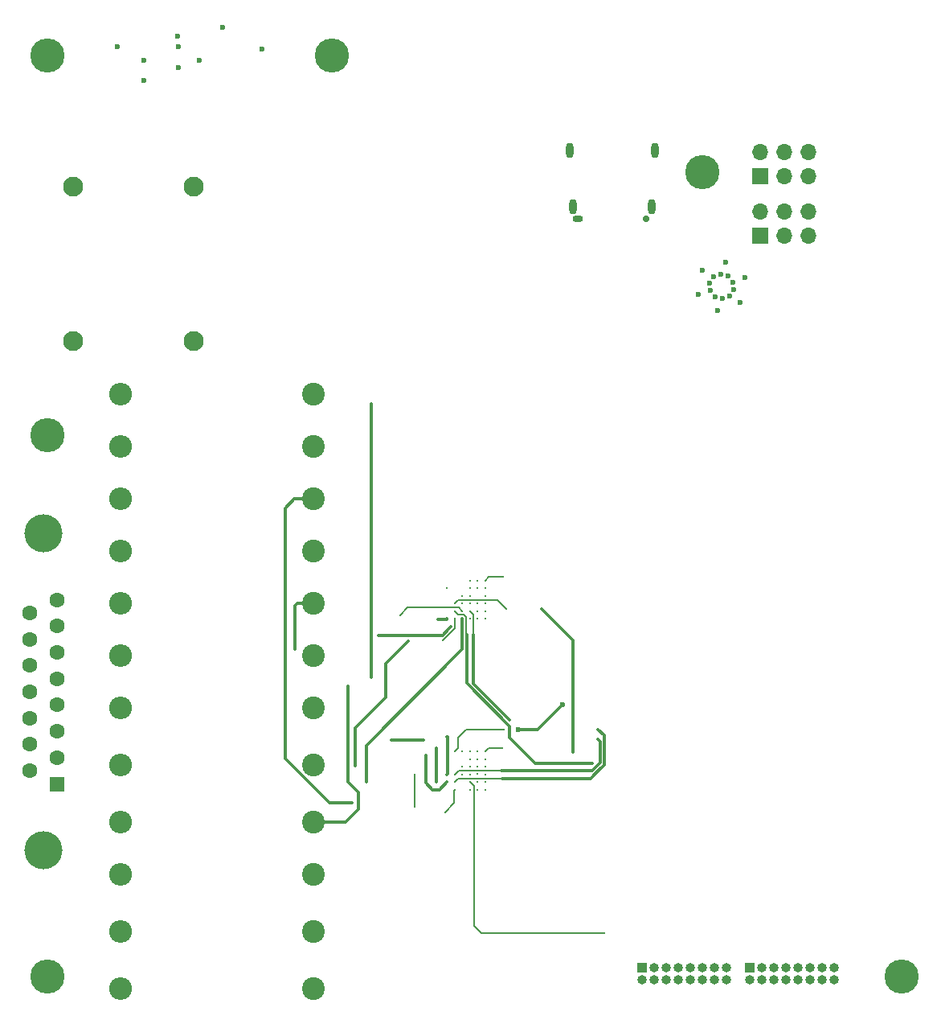
<source format=gbr>
%TF.GenerationSoftware,KiCad,Pcbnew,(5.1.9)-1*%
%TF.CreationDate,2021-07-25T18:06:35+01:00*%
%TF.ProjectId,P205,50323035-2e6b-4696-9361-645f70636258,rev?*%
%TF.SameCoordinates,Original*%
%TF.FileFunction,Copper,L2,Inr*%
%TF.FilePolarity,Positive*%
%FSLAX46Y46*%
G04 Gerber Fmt 4.6, Leading zero omitted, Abs format (unit mm)*
G04 Created by KiCad (PCBNEW (5.1.9)-1) date 2021-07-25 18:06:35*
%MOMM*%
%LPD*%
G01*
G04 APERTURE LIST*
%TA.AperFunction,ComponentPad*%
%ADD10C,2.100000*%
%TD*%
%TA.AperFunction,ComponentPad*%
%ADD11O,2.400000X2.400000*%
%TD*%
%TA.AperFunction,ComponentPad*%
%ADD12C,2.400000*%
%TD*%
%TA.AperFunction,ComponentPad*%
%ADD13C,3.600000*%
%TD*%
%TA.AperFunction,ComponentPad*%
%ADD14C,0.600000*%
%TD*%
%TA.AperFunction,ComponentPad*%
%ADD15O,1.700000X1.700000*%
%TD*%
%TA.AperFunction,ComponentPad*%
%ADD16R,1.700000X1.700000*%
%TD*%
%TA.AperFunction,ComponentPad*%
%ADD17O,1.000000X1.000000*%
%TD*%
%TA.AperFunction,ComponentPad*%
%ADD18R,1.000000X1.000000*%
%TD*%
%TA.AperFunction,ComponentPad*%
%ADD19C,0.700000*%
%TD*%
%TA.AperFunction,ComponentPad*%
%ADD20O,1.100000X0.700000*%
%TD*%
%TA.AperFunction,ComponentPad*%
%ADD21O,0.800000X1.600000*%
%TD*%
%TA.AperFunction,ComponentPad*%
%ADD22C,4.000000*%
%TD*%
%TA.AperFunction,ComponentPad*%
%ADD23C,1.600000*%
%TD*%
%TA.AperFunction,ComponentPad*%
%ADD24R,1.600000X1.600000*%
%TD*%
%TA.AperFunction,ViaPad*%
%ADD25C,0.600000*%
%TD*%
%TA.AperFunction,ViaPad*%
%ADD26C,0.250000*%
%TD*%
%TA.AperFunction,Conductor*%
%ADD27C,0.300000*%
%TD*%
%TA.AperFunction,Conductor*%
%ADD28C,0.200000*%
%TD*%
%TA.AperFunction,Conductor*%
%ADD29C,0.160000*%
%TD*%
%TA.AperFunction,Conductor*%
%ADD30C,0.100000*%
%TD*%
G04 APERTURE END LIST*
D10*
%TO.N,Net-(J5-PadTN1)*%
%TO.C,J5*%
X175400000Y-36870000D03*
%TO.N,Net-(J5-PadSN1)*%
X162700000Y-36870000D03*
%TO.N,/NTC2*%
X175400000Y-53100000D03*
%TO.N,/NTC1*%
X162700000Y-53100000D03*
%TD*%
D11*
%TO.N,/V5*%
%TO.C,R18*%
X167680000Y-75200000D03*
D12*
%TO.N,/ECG_AFE/ADS_V5*%
X188000000Y-75200000D03*
%TD*%
D11*
%TO.N,/V1*%
%TO.C,R14*%
X167680000Y-69700000D03*
D12*
%TO.N,/ECG_AFE/ADS_V1*%
X188000000Y-69700000D03*
%TD*%
D11*
%TO.N,/V2*%
%TO.C,R15*%
X167680000Y-121200000D03*
D12*
%TO.N,/ECG_AFE/ADS_V2*%
X188000000Y-121200000D03*
%TD*%
D13*
%TO.N,Earth*%
%TO.C,H6*%
X190000000Y-23000000D03*
%TD*%
%TO.N,Earth*%
%TO.C,H5*%
X160000000Y-23000000D03*
%TD*%
D14*
%TO.N,GNDS*%
%TO.C,NT1*%
X228582870Y-48212976D03*
%TO.N,GNDD*%
X229034925Y-45654041D03*
%TO.N,GNDREF*%
X231418117Y-44808801D03*
X233467130Y-46437024D03*
%TO.N,GNDD*%
X233015075Y-48995959D03*
%TO.N,GNDS*%
X230572945Y-49883935D03*
%TO.N,*%
X229779459Y-46988653D03*
X230215036Y-46320779D03*
X230959992Y-46036484D03*
X231729778Y-46244358D03*
X232230363Y-46865000D03*
X232270541Y-47661347D03*
X231834964Y-48329221D03*
X231090008Y-48613516D03*
X230320222Y-48405642D03*
X229819637Y-47785000D03*
%TD*%
D11*
%TO.N,/RA*%
%TO.C,R25*%
X167680000Y-115200000D03*
D12*
%TO.N,Net-(C5-Pad2)*%
X188000000Y-115200000D03*
%TD*%
D11*
%TO.N,/LA*%
%TO.C,R24*%
X167680000Y-97700000D03*
D12*
%TO.N,Net-(C4-Pad2)*%
X188000000Y-97700000D03*
%TD*%
D11*
%TO.N,/RL*%
%TO.C,R23*%
X167680000Y-58700000D03*
D12*
%TO.N,/ECG_AFE/ADS_RL*%
X188000000Y-58700000D03*
%TD*%
D11*
%TO.N,/LA*%
%TO.C,R22*%
X167680000Y-91700000D03*
D12*
%TO.N,/ECG_AFE/ADS_LA*%
X188000000Y-91700000D03*
%TD*%
D11*
%TO.N,/LL*%
%TO.C,R21*%
X167680000Y-80700000D03*
D12*
%TO.N,/ECG_AFE/ADS_LL*%
X188000000Y-80700000D03*
%TD*%
D11*
%TO.N,/RA*%
%TO.C,R20*%
X167680000Y-109200000D03*
D12*
%TO.N,/ECG_AFE/ADS_RA*%
X188000000Y-109200000D03*
%TD*%
D11*
%TO.N,/V6*%
%TO.C,R19*%
X167680000Y-64200000D03*
D12*
%TO.N,/ECG_AFE/ADS_V6*%
X188000000Y-64200000D03*
%TD*%
D11*
%TO.N,/V4*%
%TO.C,R17*%
X167680000Y-86200000D03*
D12*
%TO.N,/ECG_AFE/ADS_V4*%
X188000000Y-86200000D03*
%TD*%
D11*
%TO.N,/V3*%
%TO.C,R16*%
X167680000Y-103700000D03*
D12*
%TO.N,/ECG_AFE/ADS_V3*%
X188000000Y-103700000D03*
%TD*%
D15*
%TO.N,/BATT_RAW*%
%TO.C,J17*%
X240200000Y-33160000D03*
%TO.N,Net-(J11-Pad6)*%
X240200000Y-35700000D03*
%TO.N,/BATT*%
X237660000Y-33160000D03*
%TO.N,Net-(J11-Pad4)*%
X237660000Y-35700000D03*
%TO.N,/V_BUS*%
X235120000Y-33160000D03*
D16*
%TO.N,Net-(J11-Pad2)*%
X235120000Y-35700000D03*
%TD*%
D17*
%TO.N,N/C*%
%TO.C,J16*%
X231515000Y-120295000D03*
X231515000Y-119025000D03*
%TO.N,GNDD*%
X230245000Y-120295000D03*
X230245000Y-119025000D03*
X228975000Y-120295000D03*
X228975000Y-119025000D03*
%TO.N,/uC1_P0.24*%
X227705000Y-120295000D03*
%TO.N,/uC1_P0.23*%
X227705000Y-119025000D03*
%TO.N,/uC1_P0.22*%
X226435000Y-120295000D03*
%TO.N,/uC1_P0.20*%
X226435000Y-119025000D03*
%TO.N,/uC1_P0.19*%
X225165000Y-120295000D03*
%TO.N,/DVCC*%
X225165000Y-119025000D03*
X223895000Y-120295000D03*
X223895000Y-119025000D03*
%TO.N,/BATT*%
X222625000Y-120295000D03*
D18*
X222625000Y-119025000D03*
%TD*%
D19*
%TO.N,*%
%TO.C,J14*%
X223100000Y-40200000D03*
D20*
X215900000Y-40200000D03*
D21*
%TO.N,GNDREF*%
X223630000Y-38950000D03*
X215370000Y-38950000D03*
X215010000Y-33000000D03*
X223990000Y-33000000D03*
%TD*%
D15*
%TO.N,Net-(J11-Pad6)*%
%TO.C,J11*%
X240200000Y-39460000D03*
%TO.N,/BATT_RAW*%
X240200000Y-42000000D03*
%TO.N,Net-(J11-Pad4)*%
X237660000Y-39460000D03*
%TO.N,/BATT*%
X237660000Y-42000000D03*
%TO.N,Net-(J11-Pad2)*%
X235120000Y-39460000D03*
D16*
%TO.N,/V_BUS*%
X235120000Y-42000000D03*
%TD*%
D17*
%TO.N,N/C*%
%TO.C,J8*%
X242915000Y-120295000D03*
X242915000Y-119025000D03*
%TO.N,GNDD*%
X241645000Y-120295000D03*
X241645000Y-119025000D03*
X240375000Y-120295000D03*
X240375000Y-119025000D03*
%TO.N,/uC2_AIN0_P0.02*%
X239105000Y-120295000D03*
%TO.N,/uC1_AIN5_P0.29*%
X239105000Y-119025000D03*
%TO.N,/uC1_AIN4_P0.28*%
X237835000Y-120295000D03*
%TO.N,/uC1_AIN3_P0.05*%
X237835000Y-119025000D03*
%TO.N,/uC1_AIN2_P0.04*%
X236565000Y-120295000D03*
%TO.N,/uC1_AIN1_P0.03*%
X236565000Y-119025000D03*
%TO.N,/uC1_AIN0_P0.02*%
X235295000Y-120295000D03*
%TO.N,/DVCC*%
X235295000Y-119025000D03*
X234025000Y-120295000D03*
D18*
X234025000Y-119025000D03*
%TD*%
D22*
%TO.N,GNDS*%
%TO.C,J4*%
X159580000Y-106655000D03*
X159580000Y-73355000D03*
D23*
%TO.N,Net-(J4-Pad15)*%
X158160000Y-81695000D03*
%TO.N,/RL*%
X158160000Y-84465000D03*
%TO.N,Net-(J4-Pad13)*%
X158160000Y-87235000D03*
%TO.N,/V1*%
X158160000Y-90005000D03*
%TO.N,/LL*%
X158160000Y-92775000D03*
%TO.N,/LA*%
X158160000Y-95545000D03*
%TO.N,/RA*%
X158160000Y-98315000D03*
%TO.N,Net-(J4-Pad8)*%
X161000000Y-80310000D03*
%TO.N,Net-(J4-Pad7)*%
X161000000Y-83080000D03*
%TO.N,Net-(J4-Pad6)*%
X161000000Y-85850000D03*
%TO.N,/V6*%
X161000000Y-88620000D03*
%TO.N,/V5*%
X161000000Y-91390000D03*
%TO.N,/V4*%
X161000000Y-94160000D03*
%TO.N,/V3*%
X161000000Y-96930000D03*
D24*
%TO.N,/V2*%
X161000000Y-99700000D03*
%TD*%
D13*
%TO.N,GNDD*%
%TO.C,H4*%
X229000000Y-35300000D03*
%TD*%
%TO.N,GNDD*%
%TO.C,H3*%
X160000000Y-120000000D03*
%TD*%
%TO.N,GNDD*%
%TO.C,H2*%
X160000000Y-63000000D03*
%TD*%
%TO.N,GNDD*%
%TO.C,H1*%
X250000000Y-120000000D03*
%TD*%
D25*
%TO.N,/BTN_C*%
X170150000Y-25675000D03*
X170150000Y-23575000D03*
%TO.N,/BTN_RD*%
X173775000Y-22125000D03*
%TO.N,/BTN_LD*%
X173750000Y-21000000D03*
%TO.N,Net-(J18-Pad7)*%
X182625000Y-22350000D03*
D26*
%TO.N,GNDD*%
X206100000Y-79100000D03*
X206100000Y-79900000D03*
X206100000Y-80700000D03*
X205300000Y-81500000D03*
X205300000Y-80700000D03*
X204500000Y-80700000D03*
X203700000Y-80700000D03*
X206100000Y-82300000D03*
X204500000Y-98700000D03*
X206100000Y-97100000D03*
X206100000Y-97900000D03*
X206100000Y-98700000D03*
X205300000Y-98675000D03*
X203700000Y-98700000D03*
%TO.N,GNDS*%
X203700000Y-79900000D03*
X204500000Y-79900000D03*
X204500000Y-79100000D03*
X204500000Y-78300000D03*
X204500000Y-96300000D03*
X204500000Y-97100000D03*
X204500000Y-97900000D03*
X203700000Y-97900000D03*
%TO.N,/ECG_AFE/ADS_V1*%
X192075000Y-101650000D03*
%TO.N,/ECG_AFE/ADS_V2*%
X196250000Y-95075000D03*
X199675000Y-95075000D03*
%TO.N,/ECG_AFE/ADS_V3*%
X191625000Y-89400000D03*
%TO.N,/ECG_AFE/ADS_RA*%
X198650000Y-98750000D03*
X198685010Y-102114990D03*
%TO.N,/ECG_AFE/ADS_LL*%
X200950000Y-99500000D03*
X200950000Y-95900000D03*
X186050000Y-85475000D03*
%TO.N,/ECG_AFE/ADS_LA*%
X199848896Y-96700000D03*
X202100000Y-99500000D03*
X201296045Y-100331641D03*
%TO.N,/ECG_AFE/ADS_IN1P*%
X192450000Y-97750000D03*
X198025000Y-84675000D03*
%TO.N,/ECG_AFE/ADS_IN1N*%
X194875000Y-84050000D03*
X202489990Y-83180170D03*
%TO.N,/ECG_AFE/ADS_RL*%
X194100000Y-59675000D03*
X194100000Y-88500000D03*
%TO.N,/ECG_AFE/WCT*%
X202100000Y-94700000D03*
X202100000Y-98700000D03*
X202100000Y-82300000D03*
X201175000Y-82375000D03*
%TO.N,Net-(C25-Pad1)*%
X202900000Y-100300000D03*
X201875000Y-102675000D03*
%TO.N,Net-(C26-Pad1)*%
X202900000Y-82300000D03*
X201650000Y-84600000D03*
%TO.N,Net-(C30-Pad1)*%
X206100000Y-96300000D03*
X207925000Y-95900000D03*
%TO.N,Net-(C31-Pad1)*%
X206100000Y-78300000D03*
X207975000Y-77900000D03*
D25*
%TO.N,Net-(C32-Pad2)*%
X209575000Y-94000000D03*
X214275000Y-91350000D03*
D26*
%TO.N,/DVCC*%
X205300000Y-82300000D03*
X205300000Y-100300000D03*
%TO.N,GNDD*%
X206100000Y-100300000D03*
X205300000Y-99500000D03*
%TO.N,/AVCC*%
X205300000Y-78300000D03*
X205300000Y-79100000D03*
X202100000Y-79100000D03*
X203700000Y-96300000D03*
X205300000Y-96300000D03*
X205300000Y-97100000D03*
%TO.N,/~uC1_ECG_PWDN*%
X204500000Y-82300000D03*
X204500000Y-100300000D03*
%TO.N,/ECG_AFE/RESP_MODP*%
X203700000Y-82300000D03*
X193575000Y-99500000D03*
%TO.N,/~uC1_CS_96*%
X206100000Y-81500000D03*
%TO.N,/ECG_AFE/RESP_MODN*%
X197150000Y-81925000D03*
X203700000Y-81500000D03*
%TO.N,Net-(IC1-PadF3)*%
X202900000Y-81500000D03*
X217400000Y-97550000D03*
%TO.N,Net-(IC1-PadE3)*%
X202900000Y-80700000D03*
X215400000Y-96350000D03*
X212100000Y-81300000D03*
X208350000Y-81300000D03*
%TO.N,/~uC1_DRDY*%
X205300000Y-97900000D03*
%TO.N,/~uC1_CS_98*%
X206095000Y-99500000D03*
%TO.N,Net-(IC2-PadF3)*%
X202900000Y-99500000D03*
X218025000Y-93950000D03*
%TO.N,Net-(IC2-PadE3)*%
X202900000Y-98700000D03*
X217975000Y-94975000D03*
%TO.N,Net-(IC2-PadB3)*%
X202900000Y-96300000D03*
X208050000Y-93975000D03*
%TO.N,Net-(IC1-PadF5)*%
X204500000Y-81500000D03*
X208700000Y-92950000D03*
%TO.N,Net-(IC2-PadF5)*%
X204500000Y-99500000D03*
X218650000Y-115425000D03*
D25*
%TO.N,/BTN_LU*%
X178475000Y-20050000D03*
%TO.N,/BTN_RU*%
X175975000Y-23500000D03*
X173790000Y-24310000D03*
%TO.N,Net-(J18-Pad7)*%
X167325000Y-22110000D03*
%TD*%
D27*
%TO.N,/ECG_AFE/ADS_V1*%
X188000000Y-69700000D02*
X186025000Y-69700000D01*
X186025000Y-69700000D02*
X185050000Y-70675000D01*
X185050000Y-96984802D02*
X189715198Y-101650000D01*
X185050000Y-70675000D02*
X185050000Y-96984802D01*
X189715198Y-101650000D02*
X191200000Y-101650000D01*
X191200000Y-101650000D02*
X192075000Y-101650000D01*
D28*
%TO.N,/ECG_AFE/ADS_V2*%
X199600000Y-95075000D02*
X199675000Y-95075000D01*
D27*
X196250000Y-95075000D02*
X199600000Y-95075000D01*
%TO.N,/ECG_AFE/ADS_V3*%
X191625000Y-99500000D02*
X191625000Y-89400000D01*
X192750000Y-100625000D02*
X191625000Y-99500000D01*
X192750000Y-102325000D02*
X192750000Y-100625000D01*
X191375000Y-103700000D02*
X192750000Y-102325000D01*
X188000000Y-103700000D02*
X191375000Y-103700000D01*
D28*
%TO.N,/ECG_AFE/ADS_RA*%
X198650000Y-102079980D02*
X198685010Y-102114990D01*
X198650000Y-98750000D02*
X198650000Y-102079980D01*
D27*
%TO.N,/ECG_AFE/ADS_LL*%
X200950000Y-99500000D02*
X200950000Y-95900000D01*
X186050000Y-85475000D02*
X186050000Y-80950000D01*
X186300000Y-80700000D02*
X188000000Y-80700000D01*
X186050000Y-80950000D02*
X186300000Y-80700000D01*
%TO.N,/ECG_AFE/ADS_LA*%
X199848896Y-96700000D02*
X199848896Y-99598896D01*
X201296045Y-100331641D02*
X200581641Y-100331641D01*
X200581641Y-100331641D02*
X199848896Y-99598896D01*
X201296045Y-100303955D02*
X202100000Y-99500000D01*
X201296045Y-100331641D02*
X201296045Y-100303955D01*
%TO.N,/ECG_AFE/ADS_IN1P*%
X192450000Y-93775000D02*
X195675000Y-90550000D01*
X192450000Y-97750000D02*
X192450000Y-93775000D01*
X195675000Y-87025000D02*
X198025000Y-84675000D01*
X195675000Y-90550000D02*
X195675000Y-87025000D01*
%TO.N,/ECG_AFE/ADS_IN1N*%
X201620160Y-84050000D02*
X194875000Y-84050000D01*
X202260080Y-83410080D02*
X202489990Y-83180170D01*
X202260080Y-83410080D02*
X201620160Y-84050000D01*
%TO.N,/ECG_AFE/ADS_RL*%
X194100000Y-59675000D02*
X194100000Y-87925000D01*
X194100000Y-88500000D02*
X194100000Y-87925000D01*
%TO.N,/ECG_AFE/WCT*%
X202135010Y-94735010D02*
X202100000Y-94700000D01*
X202135010Y-98664990D02*
X202135010Y-94735010D01*
X202100000Y-98700000D02*
X202135010Y-98664990D01*
X202050009Y-82375000D02*
X202100000Y-82325009D01*
X201175000Y-82375000D02*
X202050009Y-82375000D01*
D28*
%TO.N,Net-(C25-Pad1)*%
X201875000Y-102675000D02*
X202875000Y-101675000D01*
X202875000Y-100325000D02*
X202900000Y-100300000D01*
X202875000Y-101675000D02*
X202875000Y-100325000D01*
%TO.N,Net-(C26-Pad1)*%
X201650000Y-84600000D02*
X202900000Y-83350000D01*
X202900000Y-83350000D02*
X202900000Y-82300000D01*
%TO.N,Net-(C30-Pad1)*%
X206500000Y-95900000D02*
X206100000Y-96300000D01*
X207925000Y-95900000D02*
X206500000Y-95900000D01*
%TO.N,Net-(C31-Pad1)*%
X206500000Y-77900000D02*
X206100000Y-78300000D01*
X207975000Y-77900000D02*
X206500000Y-77900000D01*
D27*
%TO.N,Net-(C32-Pad2)*%
X209575000Y-94000000D02*
X211625000Y-94000000D01*
X211625000Y-94000000D02*
X214275000Y-91350000D01*
X214275000Y-91350000D02*
X214275000Y-91350000D01*
%TO.N,/ECG_AFE/RESP_MODP*%
X203700000Y-85525552D02*
X203700000Y-82300000D01*
X193575000Y-95650552D02*
X203700000Y-85525552D01*
X193575000Y-99500000D02*
X193575000Y-95650552D01*
D28*
%TO.N,/ECG_AFE/RESP_MODN*%
X197960001Y-81114999D02*
X197150000Y-81925000D01*
X203314999Y-81114999D02*
X197960001Y-81114999D01*
X203700000Y-81500000D02*
X203314999Y-81114999D01*
%TO.N,Net-(IC1-PadF3)*%
X203889790Y-81889990D02*
X204114999Y-82115199D01*
X203289990Y-81889990D02*
X203889790Y-81889990D01*
X202900000Y-81500000D02*
X203289990Y-81889990D01*
X204114999Y-83929989D02*
X204160010Y-83975000D01*
X204114999Y-82115199D02*
X204114999Y-83929989D01*
D27*
X211400000Y-97550000D02*
X217400000Y-97550000D01*
X208700000Y-94850000D02*
X211400000Y-97550000D01*
X208700000Y-93600552D02*
X208700000Y-94850000D01*
X204160010Y-89060562D02*
X208700000Y-93600552D01*
X204160010Y-83975000D02*
X204160010Y-89060562D01*
%TO.N,Net-(IC1-PadE3)*%
X215400000Y-96350000D02*
X215400000Y-84600000D01*
X215400000Y-84600000D02*
X212100000Y-81300000D01*
D28*
X208135001Y-81085001D02*
X208350000Y-81300000D01*
X207364999Y-80314999D02*
X208135001Y-81085001D01*
X203285001Y-80314999D02*
X207364999Y-80314999D01*
X202900000Y-80700000D02*
X203285001Y-80314999D01*
%TO.N,Net-(IC2-PadF3)*%
X203285001Y-99114999D02*
X207885001Y-99114999D01*
X202900000Y-99500000D02*
X203285001Y-99114999D01*
D27*
X218685010Y-94610010D02*
X218685009Y-97665543D01*
X218025000Y-93950000D02*
X218685010Y-94610010D01*
X217235553Y-99114999D02*
X218512776Y-97837776D01*
X207885001Y-99114999D02*
X217235553Y-99114999D01*
X218512776Y-97837776D02*
X217605542Y-98745010D01*
X218685009Y-97665543D02*
X218512776Y-97837776D01*
D28*
%TO.N,Net-(IC2-PadE3)*%
X202900000Y-98700000D02*
X203314999Y-98285001D01*
X203314999Y-98285001D02*
X207110001Y-98285001D01*
X207885001Y-98285001D02*
X207900000Y-98300000D01*
D27*
X217975000Y-94975000D02*
X218225000Y-95225000D01*
D28*
X207110001Y-98285001D02*
X207885001Y-98285001D01*
D27*
X207885001Y-98285001D02*
X217414999Y-98285001D01*
X218225000Y-97475000D02*
X218225000Y-95225000D01*
X217414999Y-98285001D02*
X218225000Y-97475000D01*
D28*
%TO.N,Net-(IC2-PadB3)*%
X203285001Y-95914999D02*
X203285001Y-94789999D01*
X202900000Y-96300000D02*
X203285001Y-95914999D01*
X204100000Y-93975000D02*
X208050000Y-93975000D01*
X203285001Y-94789999D02*
X204100000Y-93975000D01*
%TO.N,Net-(IC1-PadF5)*%
X204885001Y-81885001D02*
X204500000Y-81500000D01*
X204885001Y-83960001D02*
X204885001Y-81885001D01*
D27*
X204885001Y-89135001D02*
X208700000Y-92950000D01*
X204885001Y-83960001D02*
X204885001Y-89135001D01*
D28*
%TO.N,Net-(IC2-PadF5)*%
X204914999Y-99914999D02*
X204914999Y-114664999D01*
X204500000Y-99500000D02*
X204914999Y-99914999D01*
X205675000Y-115425000D02*
X218650000Y-115425000D01*
X204914999Y-114664999D02*
X205675000Y-115425000D01*
%TD*%
D29*
%TO.N,Net-(IC2-PadE3)*%
X207858756Y-98280086D02*
X207866039Y-98314585D01*
X207853640Y-98339936D01*
X207851857Y-98340941D01*
X207841165Y-98340611D01*
X207748501Y-98311654D01*
X207732880Y-98306376D01*
X207698229Y-98293776D01*
X207685403Y-98284297D01*
X207680123Y-98270227D01*
X207695823Y-98268179D01*
X207701684Y-98267192D01*
X207759837Y-98255161D01*
X207765605Y-98253742D01*
X207791493Y-98246346D01*
X207794571Y-98245400D01*
X207825132Y-98235322D01*
X207828169Y-98234252D01*
X207830689Y-98233307D01*
X207858756Y-98280086D01*
%TA.AperFunction,Conductor*%
D30*
G36*
X207858756Y-98280086D02*
G01*
X207866039Y-98314585D01*
X207853640Y-98339936D01*
X207851857Y-98340941D01*
X207841165Y-98340611D01*
X207748501Y-98311654D01*
X207732880Y-98306376D01*
X207698229Y-98293776D01*
X207685403Y-98284297D01*
X207680123Y-98270227D01*
X207695823Y-98268179D01*
X207701684Y-98267192D01*
X207759837Y-98255161D01*
X207765605Y-98253742D01*
X207791493Y-98246346D01*
X207794571Y-98245400D01*
X207825132Y-98235322D01*
X207828169Y-98234252D01*
X207830689Y-98233307D01*
X207858756Y-98280086D01*
G37*
%TD.AperFunction*%
%TD*%
M02*

</source>
